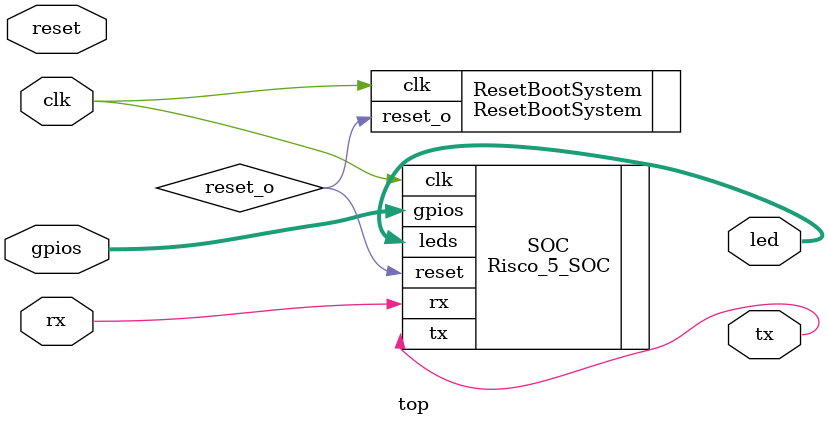
<source format=v>

module top (
    input wire clk,
    input wire reset,
    input wire rx,
    output wire tx,
    output wire [7:0]led,
    inout [5:0]gpios
);

wire reset_o;

ResetBootSystem #(
    .CYCLES(20)
) ResetBootSystem(
    .clk(clk),
    .reset_o(reset_o)
);

Risco_5_SOC #(
    .CLOCK_FREQ(25000000),
    .BIT_RATE(115200),
    .MEMORY_SIZE(8192),
    .MEMORY_FILE("../../software/memory/fpga_test_3.hex"),
    .GPIO_WIDHT(6)
) SOC(
    .clk(clk),
    .reset(reset_o),
    .leds(led),
    .rx(rx),
    .tx(tx),
    .gpios(gpios)
);


endmodule

</source>
